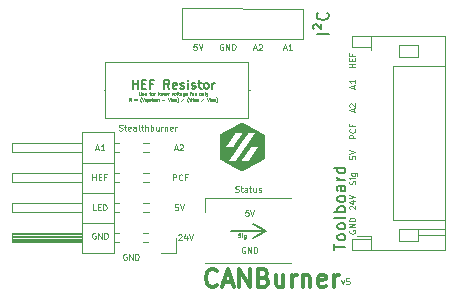
<source format=gbr>
%TF.GenerationSoftware,KiCad,Pcbnew,(6.0.7)*%
%TF.CreationDate,2022-11-20T15:50:49-05:00*%
%TF.ProjectId,CANBurner,43414e42-7572-46e6-9572-2e6b69636164,2.0*%
%TF.SameCoordinates,Original*%
%TF.FileFunction,Legend,Top*%
%TF.FilePolarity,Positive*%
%FSLAX46Y46*%
G04 Gerber Fmt 4.6, Leading zero omitted, Abs format (unit mm)*
G04 Created by KiCad (PCBNEW (6.0.7)) date 2022-11-20 15:50:49*
%MOMM*%
%LPD*%
G01*
G04 APERTURE LIST*
%ADD10C,0.100000*%
%ADD11C,0.125000*%
%ADD12C,0.333000*%
%ADD13C,0.083250*%
%ADD14C,0.050000*%
%ADD15C,0.150000*%
%ADD16C,0.120000*%
G04 APERTURE END LIST*
D10*
X89167857Y-44067857D02*
X89286904Y-44401190D01*
X89405952Y-44067857D01*
X89834523Y-43901190D02*
X89596428Y-43901190D01*
X89572619Y-44139285D01*
X89596428Y-44115476D01*
X89644047Y-44091666D01*
X89763095Y-44091666D01*
X89810714Y-44115476D01*
X89834523Y-44139285D01*
X89858333Y-44186904D01*
X89858333Y-44305952D01*
X89834523Y-44353571D01*
X89810714Y-44377380D01*
X89763095Y-44401190D01*
X89644047Y-44401190D01*
X89596428Y-44377380D01*
X89572619Y-44353571D01*
D11*
X76904230Y-24062771D02*
X76666135Y-24062771D01*
X76642326Y-24300866D01*
X76666135Y-24277057D01*
X76713754Y-24253247D01*
X76832802Y-24253247D01*
X76880421Y-24277057D01*
X76904230Y-24300866D01*
X76928040Y-24348485D01*
X76928040Y-24467533D01*
X76904230Y-24515152D01*
X76880421Y-24538961D01*
X76832802Y-24562771D01*
X76713754Y-24562771D01*
X76666135Y-24538961D01*
X76642326Y-24515152D01*
X77070897Y-24062771D02*
X77237564Y-24562771D01*
X77404230Y-24062771D01*
X70960362Y-41850000D02*
X70912743Y-41826190D01*
X70841315Y-41826190D01*
X70769886Y-41850000D01*
X70722267Y-41897619D01*
X70698457Y-41945238D01*
X70674648Y-42040476D01*
X70674648Y-42111904D01*
X70698457Y-42207142D01*
X70722267Y-42254761D01*
X70769886Y-42302380D01*
X70841315Y-42326190D01*
X70888934Y-42326190D01*
X70960362Y-42302380D01*
X70984172Y-42278571D01*
X70984172Y-42111904D01*
X70888934Y-42111904D01*
X71198457Y-42326190D02*
X71198457Y-41826190D01*
X71484172Y-42326190D01*
X71484172Y-41826190D01*
X71722267Y-42326190D02*
X71722267Y-41826190D01*
X71841315Y-41826190D01*
X71912743Y-41850000D01*
X71960362Y-41897619D01*
X71984172Y-41945238D01*
X72007981Y-42040476D01*
X72007981Y-42111904D01*
X71984172Y-42207142D01*
X71960362Y-42254761D01*
X71912743Y-42302380D01*
X71841315Y-42326190D01*
X71722267Y-42326190D01*
X81722326Y-24419914D02*
X81960421Y-24419914D01*
X81674707Y-24562771D02*
X81841373Y-24062771D01*
X82008040Y-24562771D01*
X82150897Y-24110390D02*
X82174707Y-24086581D01*
X82222326Y-24062771D01*
X82341373Y-24062771D01*
X82388992Y-24086581D01*
X82412802Y-24110390D01*
X82436611Y-24158009D01*
X82436611Y-24205628D01*
X82412802Y-24277057D01*
X82127088Y-24562771D01*
X82436611Y-24562771D01*
X89870000Y-39825952D02*
X89846190Y-39873571D01*
X89846190Y-39945000D01*
X89870000Y-40016428D01*
X89917619Y-40064047D01*
X89965238Y-40087857D01*
X90060476Y-40111666D01*
X90131904Y-40111666D01*
X90227142Y-40087857D01*
X90274761Y-40064047D01*
X90322380Y-40016428D01*
X90346190Y-39945000D01*
X90346190Y-39897380D01*
X90322380Y-39825952D01*
X90298571Y-39802142D01*
X90131904Y-39802142D01*
X90131904Y-39897380D01*
X90346190Y-39587857D02*
X89846190Y-39587857D01*
X90346190Y-39302142D01*
X89846190Y-39302142D01*
X90346190Y-39064047D02*
X89846190Y-39064047D01*
X89846190Y-38945000D01*
X89870000Y-38873571D01*
X89917619Y-38825952D01*
X89965238Y-38802142D01*
X90060476Y-38778333D01*
X90131904Y-38778333D01*
X90227142Y-38802142D01*
X90274761Y-38825952D01*
X90322380Y-38873571D01*
X90346190Y-38945000D01*
X90346190Y-39064047D01*
D12*
X78607142Y-44485714D02*
X78535714Y-44557142D01*
X78321428Y-44628571D01*
X78178571Y-44628571D01*
X77964285Y-44557142D01*
X77821428Y-44414285D01*
X77750000Y-44271428D01*
X77678571Y-43985714D01*
X77678571Y-43771428D01*
X77750000Y-43485714D01*
X77821428Y-43342857D01*
X77964285Y-43200000D01*
X78178571Y-43128571D01*
X78321428Y-43128571D01*
X78535714Y-43200000D01*
X78607142Y-43271428D01*
X79178571Y-44200000D02*
X79892857Y-44200000D01*
X79035714Y-44628571D02*
X79535714Y-43128571D01*
X80035714Y-44628571D01*
X80535714Y-44628571D02*
X80535714Y-43128571D01*
X81392857Y-44628571D01*
X81392857Y-43128571D01*
X82607142Y-43842857D02*
X82821428Y-43914285D01*
X82892857Y-43985714D01*
X82964285Y-44128571D01*
X82964285Y-44342857D01*
X82892857Y-44485714D01*
X82821428Y-44557142D01*
X82678571Y-44628571D01*
X82107142Y-44628571D01*
X82107142Y-43128571D01*
X82607142Y-43128571D01*
X82750000Y-43200000D01*
X82821428Y-43271428D01*
X82892857Y-43414285D01*
X82892857Y-43557142D01*
X82821428Y-43700000D01*
X82750000Y-43771428D01*
X82607142Y-43842857D01*
X82107142Y-43842857D01*
X84250000Y-43628571D02*
X84250000Y-44628571D01*
X83607142Y-43628571D02*
X83607142Y-44414285D01*
X83678571Y-44557142D01*
X83821428Y-44628571D01*
X84035714Y-44628571D01*
X84178571Y-44557142D01*
X84250000Y-44485714D01*
X84964285Y-44628571D02*
X84964285Y-43628571D01*
X84964285Y-43914285D02*
X85035714Y-43771428D01*
X85107142Y-43700000D01*
X85250000Y-43628571D01*
X85392857Y-43628571D01*
X85892857Y-43628571D02*
X85892857Y-44628571D01*
X85892857Y-43771428D02*
X85964285Y-43700000D01*
X86107142Y-43628571D01*
X86321428Y-43628571D01*
X86464285Y-43700000D01*
X86535714Y-43842857D01*
X86535714Y-44628571D01*
X87821428Y-44557142D02*
X87678571Y-44628571D01*
X87392857Y-44628571D01*
X87250000Y-44557142D01*
X87178571Y-44414285D01*
X87178571Y-43842857D01*
X87250000Y-43700000D01*
X87392857Y-43628571D01*
X87678571Y-43628571D01*
X87821428Y-43700000D01*
X87892857Y-43842857D01*
X87892857Y-43985714D01*
X87178571Y-44128571D01*
X88535714Y-44628571D02*
X88535714Y-43628571D01*
X88535714Y-43914285D02*
X88607142Y-43771428D01*
X88678571Y-43700000D01*
X88821428Y-43628571D01*
X88964285Y-43628571D01*
D13*
X80424928Y-40405416D02*
X80472500Y-40421273D01*
X80551785Y-40421273D01*
X80583500Y-40405416D01*
X80599357Y-40389559D01*
X80615214Y-40357845D01*
X80615214Y-40326131D01*
X80599357Y-40294416D01*
X80583500Y-40278559D01*
X80551785Y-40262702D01*
X80488357Y-40246845D01*
X80456642Y-40230988D01*
X80440785Y-40215131D01*
X80424928Y-40183416D01*
X80424928Y-40151702D01*
X80440785Y-40119988D01*
X80456642Y-40104131D01*
X80488357Y-40088273D01*
X80567642Y-40088273D01*
X80615214Y-40104131D01*
X80757928Y-40421273D02*
X80757928Y-40199273D01*
X80757928Y-40088273D02*
X80742071Y-40104131D01*
X80757928Y-40119988D01*
X80773785Y-40104131D01*
X80757928Y-40088273D01*
X80757928Y-40119988D01*
X81059214Y-40199273D02*
X81059214Y-40468845D01*
X81043357Y-40500559D01*
X81027500Y-40516416D01*
X80995785Y-40532273D01*
X80948214Y-40532273D01*
X80916500Y-40516416D01*
X81059214Y-40405416D02*
X81027500Y-40421273D01*
X80964071Y-40421273D01*
X80932357Y-40405416D01*
X80916500Y-40389559D01*
X80900642Y-40357845D01*
X80900642Y-40262702D01*
X80916500Y-40230988D01*
X80932357Y-40215131D01*
X80964071Y-40199273D01*
X81027500Y-40199273D01*
X81059214Y-40215131D01*
D11*
X79158516Y-24070000D02*
X79110897Y-24046190D01*
X79039469Y-24046190D01*
X78968040Y-24070000D01*
X78920421Y-24117619D01*
X78896611Y-24165238D01*
X78872802Y-24260476D01*
X78872802Y-24331904D01*
X78896611Y-24427142D01*
X78920421Y-24474761D01*
X78968040Y-24522380D01*
X79039469Y-24546190D01*
X79087088Y-24546190D01*
X79158516Y-24522380D01*
X79182326Y-24498571D01*
X79182326Y-24331904D01*
X79087088Y-24331904D01*
X79396611Y-24546190D02*
X79396611Y-24046190D01*
X79682326Y-24546190D01*
X79682326Y-24046190D01*
X79920421Y-24546190D02*
X79920421Y-24046190D01*
X80039469Y-24046190D01*
X80110897Y-24070000D01*
X80158516Y-24117619D01*
X80182326Y-24165238D01*
X80206135Y-24260476D01*
X80206135Y-24331904D01*
X80182326Y-24427142D01*
X80158516Y-24474761D01*
X80110897Y-24522380D01*
X80039469Y-24546190D01*
X79920421Y-24546190D01*
X74904761Y-35591216D02*
X74904761Y-35091216D01*
X75095238Y-35091216D01*
X75142857Y-35115026D01*
X75166666Y-35138835D01*
X75190476Y-35186454D01*
X75190476Y-35257883D01*
X75166666Y-35305502D01*
X75142857Y-35329311D01*
X75095238Y-35353121D01*
X74904761Y-35353121D01*
X75690476Y-35543597D02*
X75666666Y-35567406D01*
X75595238Y-35591216D01*
X75547619Y-35591216D01*
X75476190Y-35567406D01*
X75428571Y-35519787D01*
X75404761Y-35472168D01*
X75380952Y-35376930D01*
X75380952Y-35305502D01*
X75404761Y-35210264D01*
X75428571Y-35162645D01*
X75476190Y-35115026D01*
X75547619Y-35091216D01*
X75595238Y-35091216D01*
X75666666Y-35115026D01*
X75690476Y-35138835D01*
X76071428Y-35329311D02*
X75904761Y-35329311D01*
X75904761Y-35591216D02*
X75904761Y-35091216D01*
X76142857Y-35091216D01*
D14*
X72055000Y-28113095D02*
X72055000Y-28315476D01*
X72066904Y-28339285D01*
X72078809Y-28351190D01*
X72102619Y-28363095D01*
X72150238Y-28363095D01*
X72174047Y-28351190D01*
X72185952Y-28339285D01*
X72197857Y-28315476D01*
X72197857Y-28113095D01*
X72305000Y-28351190D02*
X72328809Y-28363095D01*
X72376428Y-28363095D01*
X72400238Y-28351190D01*
X72412142Y-28327380D01*
X72412142Y-28315476D01*
X72400238Y-28291666D01*
X72376428Y-28279761D01*
X72340714Y-28279761D01*
X72316904Y-28267857D01*
X72305000Y-28244047D01*
X72305000Y-28232142D01*
X72316904Y-28208333D01*
X72340714Y-28196428D01*
X72376428Y-28196428D01*
X72400238Y-28208333D01*
X72614523Y-28351190D02*
X72590714Y-28363095D01*
X72543095Y-28363095D01*
X72519285Y-28351190D01*
X72507380Y-28327380D01*
X72507380Y-28232142D01*
X72519285Y-28208333D01*
X72543095Y-28196428D01*
X72590714Y-28196428D01*
X72614523Y-28208333D01*
X72626428Y-28232142D01*
X72626428Y-28255952D01*
X72507380Y-28279761D01*
X72888333Y-28196428D02*
X72983571Y-28196428D01*
X72924047Y-28363095D02*
X72924047Y-28148809D01*
X72935952Y-28125000D01*
X72959761Y-28113095D01*
X72983571Y-28113095D01*
X73102619Y-28363095D02*
X73078809Y-28351190D01*
X73066904Y-28339285D01*
X73055000Y-28315476D01*
X73055000Y-28244047D01*
X73066904Y-28220238D01*
X73078809Y-28208333D01*
X73102619Y-28196428D01*
X73138333Y-28196428D01*
X73162142Y-28208333D01*
X73174047Y-28220238D01*
X73185952Y-28244047D01*
X73185952Y-28315476D01*
X73174047Y-28339285D01*
X73162142Y-28351190D01*
X73138333Y-28363095D01*
X73102619Y-28363095D01*
X73293095Y-28363095D02*
X73293095Y-28196428D01*
X73293095Y-28244047D02*
X73305000Y-28220238D01*
X73316904Y-28208333D01*
X73340714Y-28196428D01*
X73364523Y-28196428D01*
X73674047Y-28363095D02*
X73650238Y-28351190D01*
X73638333Y-28327380D01*
X73638333Y-28113095D01*
X73805000Y-28363095D02*
X73781190Y-28351190D01*
X73769285Y-28339285D01*
X73757380Y-28315476D01*
X73757380Y-28244047D01*
X73769285Y-28220238D01*
X73781190Y-28208333D01*
X73805000Y-28196428D01*
X73840714Y-28196428D01*
X73864523Y-28208333D01*
X73876428Y-28220238D01*
X73888333Y-28244047D01*
X73888333Y-28315476D01*
X73876428Y-28339285D01*
X73864523Y-28351190D01*
X73840714Y-28363095D01*
X73805000Y-28363095D01*
X73971666Y-28196428D02*
X74019285Y-28363095D01*
X74066904Y-28244047D01*
X74114523Y-28363095D01*
X74162142Y-28196428D01*
X74352619Y-28351190D02*
X74328809Y-28363095D01*
X74281190Y-28363095D01*
X74257380Y-28351190D01*
X74245476Y-28327380D01*
X74245476Y-28232142D01*
X74257380Y-28208333D01*
X74281190Y-28196428D01*
X74328809Y-28196428D01*
X74352619Y-28208333D01*
X74364523Y-28232142D01*
X74364523Y-28255952D01*
X74245476Y-28279761D01*
X74471666Y-28363095D02*
X74471666Y-28196428D01*
X74471666Y-28244047D02*
X74483571Y-28220238D01*
X74495476Y-28208333D01*
X74519285Y-28196428D01*
X74543095Y-28196428D01*
X74793095Y-28196428D02*
X74852619Y-28363095D01*
X74912142Y-28196428D01*
X75043095Y-28363095D02*
X75019285Y-28351190D01*
X75007380Y-28339285D01*
X74995476Y-28315476D01*
X74995476Y-28244047D01*
X75007380Y-28220238D01*
X75019285Y-28208333D01*
X75043095Y-28196428D01*
X75078809Y-28196428D01*
X75102619Y-28208333D01*
X75114523Y-28220238D01*
X75126428Y-28244047D01*
X75126428Y-28315476D01*
X75114523Y-28339285D01*
X75102619Y-28351190D01*
X75078809Y-28363095D01*
X75043095Y-28363095D01*
X75269285Y-28363095D02*
X75245476Y-28351190D01*
X75233571Y-28327380D01*
X75233571Y-28113095D01*
X75328809Y-28196428D02*
X75424047Y-28196428D01*
X75364523Y-28113095D02*
X75364523Y-28327380D01*
X75376428Y-28351190D01*
X75400238Y-28363095D01*
X75424047Y-28363095D01*
X75614523Y-28363095D02*
X75614523Y-28232142D01*
X75602619Y-28208333D01*
X75578809Y-28196428D01*
X75531190Y-28196428D01*
X75507380Y-28208333D01*
X75614523Y-28351190D02*
X75590714Y-28363095D01*
X75531190Y-28363095D01*
X75507380Y-28351190D01*
X75495476Y-28327380D01*
X75495476Y-28303571D01*
X75507380Y-28279761D01*
X75531190Y-28267857D01*
X75590714Y-28267857D01*
X75614523Y-28255952D01*
X75840714Y-28196428D02*
X75840714Y-28398809D01*
X75828809Y-28422619D01*
X75816904Y-28434523D01*
X75793095Y-28446428D01*
X75757380Y-28446428D01*
X75733571Y-28434523D01*
X75840714Y-28351190D02*
X75816904Y-28363095D01*
X75769285Y-28363095D01*
X75745476Y-28351190D01*
X75733571Y-28339285D01*
X75721666Y-28315476D01*
X75721666Y-28244047D01*
X75733571Y-28220238D01*
X75745476Y-28208333D01*
X75769285Y-28196428D01*
X75816904Y-28196428D01*
X75840714Y-28208333D01*
X76055000Y-28351190D02*
X76031190Y-28363095D01*
X75983571Y-28363095D01*
X75959761Y-28351190D01*
X75947857Y-28327380D01*
X75947857Y-28232142D01*
X75959761Y-28208333D01*
X75983571Y-28196428D01*
X76031190Y-28196428D01*
X76055000Y-28208333D01*
X76066904Y-28232142D01*
X76066904Y-28255952D01*
X75947857Y-28279761D01*
X76328809Y-28196428D02*
X76424047Y-28196428D01*
X76364523Y-28363095D02*
X76364523Y-28148809D01*
X76376428Y-28125000D01*
X76400238Y-28113095D01*
X76424047Y-28113095D01*
X76614523Y-28363095D02*
X76614523Y-28232142D01*
X76602619Y-28208333D01*
X76578809Y-28196428D01*
X76531190Y-28196428D01*
X76507380Y-28208333D01*
X76614523Y-28351190D02*
X76590714Y-28363095D01*
X76531190Y-28363095D01*
X76507380Y-28351190D01*
X76495476Y-28327380D01*
X76495476Y-28303571D01*
X76507380Y-28279761D01*
X76531190Y-28267857D01*
X76590714Y-28267857D01*
X76614523Y-28255952D01*
X76733571Y-28196428D02*
X76733571Y-28363095D01*
X76733571Y-28220238D02*
X76745476Y-28208333D01*
X76769285Y-28196428D01*
X76805000Y-28196428D01*
X76828809Y-28208333D01*
X76840714Y-28232142D01*
X76840714Y-28363095D01*
X77185952Y-28363095D02*
X77162142Y-28351190D01*
X77150238Y-28339285D01*
X77138333Y-28315476D01*
X77138333Y-28244047D01*
X77150238Y-28220238D01*
X77162142Y-28208333D01*
X77185952Y-28196428D01*
X77221666Y-28196428D01*
X77245476Y-28208333D01*
X77257380Y-28220238D01*
X77269285Y-28244047D01*
X77269285Y-28315476D01*
X77257380Y-28339285D01*
X77245476Y-28351190D01*
X77221666Y-28363095D01*
X77185952Y-28363095D01*
X77376428Y-28196428D02*
X77376428Y-28363095D01*
X77376428Y-28220238D02*
X77388333Y-28208333D01*
X77412142Y-28196428D01*
X77447857Y-28196428D01*
X77471666Y-28208333D01*
X77483571Y-28232142D01*
X77483571Y-28363095D01*
X77638333Y-28363095D02*
X77614523Y-28351190D01*
X77602619Y-28327380D01*
X77602619Y-28113095D01*
X77709761Y-28196428D02*
X77769285Y-28363095D01*
X77828809Y-28196428D02*
X77769285Y-28363095D01*
X77745476Y-28422619D01*
X77733571Y-28434523D01*
X77709761Y-28446428D01*
D11*
X68378571Y-38131216D02*
X68140476Y-38131216D01*
X68140476Y-37631216D01*
X68545238Y-37869311D02*
X68711904Y-37869311D01*
X68783333Y-38131216D02*
X68545238Y-38131216D01*
X68545238Y-37631216D01*
X68783333Y-37631216D01*
X68997619Y-38131216D02*
X68997619Y-37631216D01*
X69116666Y-37631216D01*
X69188095Y-37655026D01*
X69235714Y-37702645D01*
X69259523Y-37750264D01*
X69283333Y-37845502D01*
X69283333Y-37916930D01*
X69259523Y-38012168D01*
X69235714Y-38059787D01*
X69188095Y-38107406D01*
X69116666Y-38131216D01*
X68997619Y-38131216D01*
X90322380Y-35933096D02*
X90346190Y-35861667D01*
X90346190Y-35742620D01*
X90322380Y-35695001D01*
X90298571Y-35671191D01*
X90250952Y-35647381D01*
X90203333Y-35647381D01*
X90155714Y-35671191D01*
X90131904Y-35695001D01*
X90108095Y-35742620D01*
X90084285Y-35837858D01*
X90060476Y-35885477D01*
X90036666Y-35909286D01*
X89989047Y-35933096D01*
X89941428Y-35933096D01*
X89893809Y-35909286D01*
X89870000Y-35885477D01*
X89846190Y-35837858D01*
X89846190Y-35718810D01*
X89870000Y-35647381D01*
X90346190Y-35433096D02*
X90012857Y-35433096D01*
X89846190Y-35433096D02*
X89870000Y-35456905D01*
X89893809Y-35433096D01*
X89870000Y-35409286D01*
X89846190Y-35433096D01*
X89893809Y-35433096D01*
X90012857Y-34980715D02*
X90417619Y-34980715D01*
X90465238Y-35004524D01*
X90489047Y-35028334D01*
X90512857Y-35075953D01*
X90512857Y-35147381D01*
X90489047Y-35195001D01*
X90322380Y-34980715D02*
X90346190Y-35028334D01*
X90346190Y-35123572D01*
X90322380Y-35171191D01*
X90298571Y-35195001D01*
X90250952Y-35218810D01*
X90108095Y-35218810D01*
X90060476Y-35195001D01*
X90036666Y-35171191D01*
X90012857Y-35123572D01*
X90012857Y-35028334D01*
X90036666Y-34980715D01*
X81009121Y-41281175D02*
X80961502Y-41257365D01*
X80890074Y-41257365D01*
X80818645Y-41281175D01*
X80771026Y-41328794D01*
X80747216Y-41376413D01*
X80723407Y-41471651D01*
X80723407Y-41543079D01*
X80747216Y-41638317D01*
X80771026Y-41685936D01*
X80818645Y-41733555D01*
X80890074Y-41757365D01*
X80937693Y-41757365D01*
X81009121Y-41733555D01*
X81032931Y-41709746D01*
X81032931Y-41543079D01*
X80937693Y-41543079D01*
X81247216Y-41757365D02*
X81247216Y-41257365D01*
X81532931Y-41757365D01*
X81532931Y-41257365D01*
X81771026Y-41757365D02*
X81771026Y-41257365D01*
X81890074Y-41257365D01*
X81961502Y-41281175D01*
X82009121Y-41328794D01*
X82032931Y-41376413D01*
X82056740Y-41471651D01*
X82056740Y-41543079D01*
X82032931Y-41638317D01*
X82009121Y-41685936D01*
X81961502Y-41733555D01*
X81890074Y-41757365D01*
X81771026Y-41757365D01*
D14*
X71340714Y-28863095D02*
X71257380Y-28744047D01*
X71197857Y-28863095D02*
X71197857Y-28613095D01*
X71293095Y-28613095D01*
X71316904Y-28625000D01*
X71328809Y-28636904D01*
X71340714Y-28660714D01*
X71340714Y-28696428D01*
X71328809Y-28720238D01*
X71316904Y-28732142D01*
X71293095Y-28744047D01*
X71197857Y-28744047D01*
X71638333Y-28732142D02*
X71828809Y-28732142D01*
X71828809Y-28803571D02*
X71638333Y-28803571D01*
X72209761Y-28958333D02*
X72197857Y-28946428D01*
X72174047Y-28910714D01*
X72162142Y-28886904D01*
X72150238Y-28851190D01*
X72138333Y-28791666D01*
X72138333Y-28744047D01*
X72150238Y-28684523D01*
X72162142Y-28648809D01*
X72174047Y-28625000D01*
X72197857Y-28589285D01*
X72209761Y-28577380D01*
X72269285Y-28613095D02*
X72352619Y-28863095D01*
X72435952Y-28613095D01*
X72507380Y-28851190D02*
X72531190Y-28863095D01*
X72578809Y-28863095D01*
X72602619Y-28851190D01*
X72614523Y-28827380D01*
X72614523Y-28815476D01*
X72602619Y-28791666D01*
X72578809Y-28779761D01*
X72543095Y-28779761D01*
X72519285Y-28767857D01*
X72507380Y-28744047D01*
X72507380Y-28732142D01*
X72519285Y-28708333D01*
X72543095Y-28696428D01*
X72578809Y-28696428D01*
X72602619Y-28708333D01*
X72697857Y-28696428D02*
X72757380Y-28863095D01*
X72816904Y-28696428D02*
X72757380Y-28863095D01*
X72733571Y-28922619D01*
X72721666Y-28934523D01*
X72697857Y-28946428D01*
X72900238Y-28851190D02*
X72924047Y-28863095D01*
X72971666Y-28863095D01*
X72995476Y-28851190D01*
X73007380Y-28827380D01*
X73007380Y-28815476D01*
X72995476Y-28791666D01*
X72971666Y-28779761D01*
X72935952Y-28779761D01*
X72912142Y-28767857D01*
X72900238Y-28744047D01*
X72900238Y-28732142D01*
X72912142Y-28708333D01*
X72935952Y-28696428D01*
X72971666Y-28696428D01*
X72995476Y-28708333D01*
X73078809Y-28696428D02*
X73174047Y-28696428D01*
X73114523Y-28613095D02*
X73114523Y-28827380D01*
X73126428Y-28851190D01*
X73150238Y-28863095D01*
X73174047Y-28863095D01*
X73352619Y-28851190D02*
X73328809Y-28863095D01*
X73281190Y-28863095D01*
X73257380Y-28851190D01*
X73245476Y-28827380D01*
X73245476Y-28732142D01*
X73257380Y-28708333D01*
X73281190Y-28696428D01*
X73328809Y-28696428D01*
X73352619Y-28708333D01*
X73364523Y-28732142D01*
X73364523Y-28755952D01*
X73245476Y-28779761D01*
X73471666Y-28863095D02*
X73471666Y-28696428D01*
X73471666Y-28720238D02*
X73483571Y-28708333D01*
X73507380Y-28696428D01*
X73543095Y-28696428D01*
X73566904Y-28708333D01*
X73578809Y-28732142D01*
X73578809Y-28863095D01*
X73578809Y-28732142D02*
X73590714Y-28708333D01*
X73614523Y-28696428D01*
X73650238Y-28696428D01*
X73674047Y-28708333D01*
X73685952Y-28732142D01*
X73685952Y-28863095D01*
X73995476Y-28767857D02*
X74185952Y-28767857D01*
X74459761Y-28613095D02*
X74543095Y-28863095D01*
X74626428Y-28613095D01*
X74674047Y-28696428D02*
X74769285Y-28696428D01*
X74709761Y-28863095D02*
X74709761Y-28648809D01*
X74721666Y-28625000D01*
X74745476Y-28613095D01*
X74769285Y-28613095D01*
X74959761Y-28863095D02*
X74959761Y-28732142D01*
X74947857Y-28708333D01*
X74924047Y-28696428D01*
X74876428Y-28696428D01*
X74852619Y-28708333D01*
X74959761Y-28851190D02*
X74935952Y-28863095D01*
X74876428Y-28863095D01*
X74852619Y-28851190D01*
X74840714Y-28827380D01*
X74840714Y-28803571D01*
X74852619Y-28779761D01*
X74876428Y-28767857D01*
X74935952Y-28767857D01*
X74959761Y-28755952D01*
X75078809Y-28696428D02*
X75078809Y-28863095D01*
X75078809Y-28720238D02*
X75090714Y-28708333D01*
X75114523Y-28696428D01*
X75150238Y-28696428D01*
X75174047Y-28708333D01*
X75185952Y-28732142D01*
X75185952Y-28863095D01*
X75281190Y-28958333D02*
X75293095Y-28946428D01*
X75316904Y-28910714D01*
X75328809Y-28886904D01*
X75340714Y-28851190D01*
X75352619Y-28791666D01*
X75352619Y-28744047D01*
X75340714Y-28684523D01*
X75328809Y-28648809D01*
X75316904Y-28625000D01*
X75293095Y-28589285D01*
X75281190Y-28577380D01*
X75840714Y-28601190D02*
X75626428Y-28922619D01*
X76185952Y-28958333D02*
X76174047Y-28946428D01*
X76150238Y-28910714D01*
X76138333Y-28886904D01*
X76126428Y-28851190D01*
X76114523Y-28791666D01*
X76114523Y-28744047D01*
X76126428Y-28684523D01*
X76138333Y-28648809D01*
X76150238Y-28625000D01*
X76174047Y-28589285D01*
X76185952Y-28577380D01*
X76257380Y-28613095D02*
X76316904Y-28863095D01*
X76364523Y-28684523D01*
X76412142Y-28863095D01*
X76471666Y-28613095D01*
X76531190Y-28696428D02*
X76626428Y-28696428D01*
X76566904Y-28863095D02*
X76566904Y-28648809D01*
X76578809Y-28625000D01*
X76602619Y-28613095D01*
X76626428Y-28613095D01*
X76816904Y-28863095D02*
X76816904Y-28732142D01*
X76805000Y-28708333D01*
X76781190Y-28696428D01*
X76733571Y-28696428D01*
X76709761Y-28708333D01*
X76816904Y-28851190D02*
X76793095Y-28863095D01*
X76733571Y-28863095D01*
X76709761Y-28851190D01*
X76697857Y-28827380D01*
X76697857Y-28803571D01*
X76709761Y-28779761D01*
X76733571Y-28767857D01*
X76793095Y-28767857D01*
X76816904Y-28755952D01*
X76935952Y-28696428D02*
X76935952Y-28863095D01*
X76935952Y-28720238D02*
X76947857Y-28708333D01*
X76971666Y-28696428D01*
X77007380Y-28696428D01*
X77031190Y-28708333D01*
X77043095Y-28732142D01*
X77043095Y-28863095D01*
X77531190Y-28601190D02*
X77316904Y-28922619D01*
X77769285Y-28613095D02*
X77852619Y-28863095D01*
X77935952Y-28613095D01*
X77983571Y-28696428D02*
X78078809Y-28696428D01*
X78019285Y-28863095D02*
X78019285Y-28648809D01*
X78031190Y-28625000D01*
X78055000Y-28613095D01*
X78078809Y-28613095D01*
X78269285Y-28863095D02*
X78269285Y-28732142D01*
X78257380Y-28708333D01*
X78233571Y-28696428D01*
X78185952Y-28696428D01*
X78162142Y-28708333D01*
X78269285Y-28851190D02*
X78245476Y-28863095D01*
X78185952Y-28863095D01*
X78162142Y-28851190D01*
X78150238Y-28827380D01*
X78150238Y-28803571D01*
X78162142Y-28779761D01*
X78185952Y-28767857D01*
X78245476Y-28767857D01*
X78269285Y-28755952D01*
X78388333Y-28696428D02*
X78388333Y-28863095D01*
X78388333Y-28720238D02*
X78400238Y-28708333D01*
X78424047Y-28696428D01*
X78459761Y-28696428D01*
X78483571Y-28708333D01*
X78495476Y-28732142D01*
X78495476Y-28863095D01*
X78590714Y-28958333D02*
X78602619Y-28946428D01*
X78626428Y-28910714D01*
X78638333Y-28886904D01*
X78650238Y-28851190D01*
X78662142Y-28791666D01*
X78662142Y-28744047D01*
X78650238Y-28684523D01*
X78638333Y-28648809D01*
X78626428Y-28625000D01*
X78602619Y-28589285D01*
X78590714Y-28577380D01*
D11*
X68091666Y-35591216D02*
X68091666Y-35091216D01*
X68091666Y-35329311D02*
X68377380Y-35329311D01*
X68377380Y-35591216D02*
X68377380Y-35091216D01*
X68615476Y-35329311D02*
X68782142Y-35329311D01*
X68853571Y-35591216D02*
X68615476Y-35591216D01*
X68615476Y-35091216D01*
X68853571Y-35091216D01*
X69234523Y-35329311D02*
X69067857Y-35329311D01*
X69067857Y-35591216D02*
X69067857Y-35091216D01*
X69305952Y-35091216D01*
X75329761Y-37631216D02*
X75091666Y-37631216D01*
X75067857Y-37869311D01*
X75091666Y-37845502D01*
X75139285Y-37821692D01*
X75258333Y-37821692D01*
X75305952Y-37845502D01*
X75329761Y-37869311D01*
X75353571Y-37916930D01*
X75353571Y-38035978D01*
X75329761Y-38083597D01*
X75305952Y-38107406D01*
X75258333Y-38131216D01*
X75139285Y-38131216D01*
X75091666Y-38107406D01*
X75067857Y-38083597D01*
X75496428Y-37631216D02*
X75663095Y-38131216D01*
X75829761Y-37631216D01*
X89893809Y-38040238D02*
X89870000Y-38016428D01*
X89846190Y-37968809D01*
X89846190Y-37849761D01*
X89870000Y-37802142D01*
X89893809Y-37778333D01*
X89941428Y-37754523D01*
X89989047Y-37754523D01*
X90060476Y-37778333D01*
X90346190Y-38064047D01*
X90346190Y-37754523D01*
X90012857Y-37325952D02*
X90346190Y-37325952D01*
X89822380Y-37445000D02*
X90179523Y-37564047D01*
X90179523Y-37254523D01*
X89846190Y-37135476D02*
X90346190Y-36968809D01*
X89846190Y-36802142D01*
X90346190Y-26028333D02*
X89846190Y-26028333D01*
X90084285Y-26028333D02*
X90084285Y-25742619D01*
X90346190Y-25742619D02*
X89846190Y-25742619D01*
X90084285Y-25504523D02*
X90084285Y-25337857D01*
X90346190Y-25266428D02*
X90346190Y-25504523D01*
X89846190Y-25504523D01*
X89846190Y-25266428D01*
X90084285Y-24885476D02*
X90084285Y-25052142D01*
X90346190Y-25052142D02*
X89846190Y-25052142D01*
X89846190Y-24814047D01*
X68392857Y-32908359D02*
X68630952Y-32908359D01*
X68345238Y-33051216D02*
X68511904Y-32551216D01*
X68678571Y-33051216D01*
X69107142Y-33051216D02*
X68821428Y-33051216D01*
X68964285Y-33051216D02*
X68964285Y-32551216D01*
X68916666Y-32622645D01*
X68869047Y-32670264D01*
X68821428Y-32694073D01*
D15*
X71501428Y-27839285D02*
X71501428Y-27089285D01*
X71501428Y-27446428D02*
X71930000Y-27446428D01*
X71930000Y-27839285D02*
X71930000Y-27089285D01*
X72287142Y-27446428D02*
X72537142Y-27446428D01*
X72644285Y-27839285D02*
X72287142Y-27839285D01*
X72287142Y-27089285D01*
X72644285Y-27089285D01*
X73215714Y-27446428D02*
X72965714Y-27446428D01*
X72965714Y-27839285D02*
X72965714Y-27089285D01*
X73322857Y-27089285D01*
X74608571Y-27839285D02*
X74358571Y-27482142D01*
X74180000Y-27839285D02*
X74180000Y-27089285D01*
X74465714Y-27089285D01*
X74537142Y-27125000D01*
X74572857Y-27160714D01*
X74608571Y-27232142D01*
X74608571Y-27339285D01*
X74572857Y-27410714D01*
X74537142Y-27446428D01*
X74465714Y-27482142D01*
X74180000Y-27482142D01*
X75215714Y-27803571D02*
X75144285Y-27839285D01*
X75001428Y-27839285D01*
X74930000Y-27803571D01*
X74894285Y-27732142D01*
X74894285Y-27446428D01*
X74930000Y-27375000D01*
X75001428Y-27339285D01*
X75144285Y-27339285D01*
X75215714Y-27375000D01*
X75251428Y-27446428D01*
X75251428Y-27517857D01*
X74894285Y-27589285D01*
X75537142Y-27803571D02*
X75608571Y-27839285D01*
X75751428Y-27839285D01*
X75822857Y-27803571D01*
X75858571Y-27732142D01*
X75858571Y-27696428D01*
X75822857Y-27625000D01*
X75751428Y-27589285D01*
X75644285Y-27589285D01*
X75572857Y-27553571D01*
X75537142Y-27482142D01*
X75537142Y-27446428D01*
X75572857Y-27375000D01*
X75644285Y-27339285D01*
X75751428Y-27339285D01*
X75822857Y-27375000D01*
X76180000Y-27839285D02*
X76180000Y-27339285D01*
X76180000Y-27089285D02*
X76144285Y-27125000D01*
X76180000Y-27160714D01*
X76215714Y-27125000D01*
X76180000Y-27089285D01*
X76180000Y-27160714D01*
X76501428Y-27803571D02*
X76572857Y-27839285D01*
X76715714Y-27839285D01*
X76787142Y-27803571D01*
X76822857Y-27732142D01*
X76822857Y-27696428D01*
X76787142Y-27625000D01*
X76715714Y-27589285D01*
X76608571Y-27589285D01*
X76537142Y-27553571D01*
X76501428Y-27482142D01*
X76501428Y-27446428D01*
X76537142Y-27375000D01*
X76608571Y-27339285D01*
X76715714Y-27339285D01*
X76787142Y-27375000D01*
X77037142Y-27339285D02*
X77322857Y-27339285D01*
X77144285Y-27089285D02*
X77144285Y-27732142D01*
X77180000Y-27803571D01*
X77251428Y-27839285D01*
X77322857Y-27839285D01*
X77680000Y-27839285D02*
X77608571Y-27803571D01*
X77572857Y-27767857D01*
X77537142Y-27696428D01*
X77537142Y-27482142D01*
X77572857Y-27410714D01*
X77608571Y-27375000D01*
X77680000Y-27339285D01*
X77787142Y-27339285D01*
X77858571Y-27375000D01*
X77894285Y-27410714D01*
X77930000Y-27482142D01*
X77930000Y-27696428D01*
X77894285Y-27767857D01*
X77858571Y-27803571D01*
X77787142Y-27839285D01*
X77680000Y-27839285D01*
X78251428Y-27839285D02*
X78251428Y-27339285D01*
X78251428Y-27482142D02*
X78287142Y-27410714D01*
X78322857Y-27375000D01*
X78394285Y-27339285D01*
X78465714Y-27339285D01*
D11*
X81294835Y-38103073D02*
X81056740Y-38103073D01*
X81032931Y-38341168D01*
X81056740Y-38317359D01*
X81104359Y-38293549D01*
X81223407Y-38293549D01*
X81271026Y-38317359D01*
X81294835Y-38341168D01*
X81318645Y-38388787D01*
X81318645Y-38507835D01*
X81294835Y-38555454D01*
X81271026Y-38579263D01*
X81223407Y-38603073D01*
X81104359Y-38603073D01*
X81056740Y-38579263D01*
X81032931Y-38555454D01*
X81461502Y-38103073D02*
X81628169Y-38603073D01*
X81794835Y-38103073D01*
X89846190Y-33540238D02*
X89846190Y-33778333D01*
X90084285Y-33802142D01*
X90060476Y-33778333D01*
X90036666Y-33730714D01*
X90036666Y-33611666D01*
X90060476Y-33564047D01*
X90084285Y-33540238D01*
X90131904Y-33516428D01*
X90250952Y-33516428D01*
X90298571Y-33540238D01*
X90322380Y-33564047D01*
X90346190Y-33611666D01*
X90346190Y-33730714D01*
X90322380Y-33778333D01*
X90298571Y-33802142D01*
X89846190Y-33373571D02*
X90346190Y-33206904D01*
X89846190Y-33040238D01*
X75354761Y-40223809D02*
X75378571Y-40200000D01*
X75426190Y-40176190D01*
X75545238Y-40176190D01*
X75592857Y-40200000D01*
X75616666Y-40223809D01*
X75640476Y-40271428D01*
X75640476Y-40319047D01*
X75616666Y-40390476D01*
X75330952Y-40676190D01*
X75640476Y-40676190D01*
X76069047Y-40342857D02*
X76069047Y-40676190D01*
X75950000Y-40152380D02*
X75830952Y-40509523D01*
X76140476Y-40509523D01*
X76259523Y-40176190D02*
X76426190Y-40676190D01*
X76592857Y-40176190D01*
X90203333Y-27802142D02*
X90203333Y-27564047D01*
X90346190Y-27849761D02*
X89846190Y-27683095D01*
X90346190Y-27516428D01*
X90346190Y-27087857D02*
X90346190Y-27373571D01*
X90346190Y-27230714D02*
X89846190Y-27230714D01*
X89917619Y-27278333D01*
X89965238Y-27325952D01*
X89989047Y-27373571D01*
X68344047Y-40055000D02*
X68296428Y-40031190D01*
X68225000Y-40031190D01*
X68153571Y-40055000D01*
X68105952Y-40102619D01*
X68082142Y-40150238D01*
X68058333Y-40245476D01*
X68058333Y-40316904D01*
X68082142Y-40412142D01*
X68105952Y-40459761D01*
X68153571Y-40507380D01*
X68225000Y-40531190D01*
X68272619Y-40531190D01*
X68344047Y-40507380D01*
X68367857Y-40483571D01*
X68367857Y-40316904D01*
X68272619Y-40316904D01*
X68582142Y-40531190D02*
X68582142Y-40031190D01*
X68867857Y-40531190D01*
X68867857Y-40031190D01*
X69105952Y-40531190D02*
X69105952Y-40031190D01*
X69225000Y-40031190D01*
X69296428Y-40055000D01*
X69344047Y-40102619D01*
X69367857Y-40150238D01*
X69391666Y-40245476D01*
X69391666Y-40316904D01*
X69367857Y-40412142D01*
X69344047Y-40459761D01*
X69296428Y-40507380D01*
X69225000Y-40531190D01*
X69105952Y-40531190D01*
X75042857Y-32908359D02*
X75280952Y-32908359D01*
X74995238Y-33051216D02*
X75161904Y-32551216D01*
X75328571Y-33051216D01*
X75471428Y-32598835D02*
X75495238Y-32575026D01*
X75542857Y-32551216D01*
X75661904Y-32551216D01*
X75709523Y-32575026D01*
X75733333Y-32598835D01*
X75757142Y-32646454D01*
X75757142Y-32694073D01*
X75733333Y-32765502D01*
X75447619Y-33051216D01*
X75757142Y-33051216D01*
D10*
X70347634Y-31360421D02*
X70419063Y-31384231D01*
X70538110Y-31384231D01*
X70585729Y-31360421D01*
X70609539Y-31336612D01*
X70633348Y-31288993D01*
X70633348Y-31241374D01*
X70609539Y-31193755D01*
X70585729Y-31169945D01*
X70538110Y-31146136D01*
X70442872Y-31122326D01*
X70395253Y-31098517D01*
X70371444Y-31074707D01*
X70347634Y-31027088D01*
X70347634Y-30979469D01*
X70371444Y-30931850D01*
X70395253Y-30908041D01*
X70442872Y-30884231D01*
X70561920Y-30884231D01*
X70633348Y-30908041D01*
X70776206Y-31050898D02*
X70966682Y-31050898D01*
X70847634Y-30884231D02*
X70847634Y-31312802D01*
X70871444Y-31360421D01*
X70919063Y-31384231D01*
X70966682Y-31384231D01*
X71323825Y-31360421D02*
X71276206Y-31384231D01*
X71180967Y-31384231D01*
X71133348Y-31360421D01*
X71109539Y-31312802D01*
X71109539Y-31122326D01*
X71133348Y-31074707D01*
X71180967Y-31050898D01*
X71276206Y-31050898D01*
X71323825Y-31074707D01*
X71347634Y-31122326D01*
X71347634Y-31169945D01*
X71109539Y-31217564D01*
X71776206Y-31384231D02*
X71776206Y-31122326D01*
X71752396Y-31074707D01*
X71704777Y-31050898D01*
X71609539Y-31050898D01*
X71561920Y-31074707D01*
X71776206Y-31360421D02*
X71728586Y-31384231D01*
X71609539Y-31384231D01*
X71561920Y-31360421D01*
X71538110Y-31312802D01*
X71538110Y-31265183D01*
X71561920Y-31217564D01*
X71609539Y-31193755D01*
X71728586Y-31193755D01*
X71776206Y-31169945D01*
X72085729Y-31384231D02*
X72038110Y-31360421D01*
X72014301Y-31312802D01*
X72014301Y-30884231D01*
X72204777Y-31050898D02*
X72395253Y-31050898D01*
X72276206Y-30884231D02*
X72276206Y-31312802D01*
X72300015Y-31360421D01*
X72347634Y-31384231D01*
X72395253Y-31384231D01*
X72561920Y-31384231D02*
X72561920Y-30884231D01*
X72776206Y-31384231D02*
X72776206Y-31122326D01*
X72752396Y-31074707D01*
X72704777Y-31050898D01*
X72633348Y-31050898D01*
X72585729Y-31074707D01*
X72561920Y-31098517D01*
X73014301Y-31384231D02*
X73014301Y-30884231D01*
X73014301Y-31074707D02*
X73061920Y-31050898D01*
X73157158Y-31050898D01*
X73204777Y-31074707D01*
X73228586Y-31098517D01*
X73252396Y-31146136D01*
X73252396Y-31288993D01*
X73228586Y-31336612D01*
X73204777Y-31360421D01*
X73157158Y-31384231D01*
X73061920Y-31384231D01*
X73014301Y-31360421D01*
X73680967Y-31050898D02*
X73680967Y-31384231D01*
X73466682Y-31050898D02*
X73466682Y-31312802D01*
X73490491Y-31360421D01*
X73538110Y-31384231D01*
X73609539Y-31384231D01*
X73657158Y-31360421D01*
X73680967Y-31336612D01*
X73919063Y-31384231D02*
X73919063Y-31050898D01*
X73919063Y-31146136D02*
X73942872Y-31098517D01*
X73966682Y-31074707D01*
X74014301Y-31050898D01*
X74061920Y-31050898D01*
X74228586Y-31050898D02*
X74228586Y-31384231D01*
X74228586Y-31098517D02*
X74252396Y-31074707D01*
X74300015Y-31050898D01*
X74371444Y-31050898D01*
X74419063Y-31074707D01*
X74442872Y-31122326D01*
X74442872Y-31384231D01*
X74871444Y-31360421D02*
X74823825Y-31384231D01*
X74728586Y-31384231D01*
X74680967Y-31360421D01*
X74657158Y-31312802D01*
X74657158Y-31122326D01*
X74680967Y-31074707D01*
X74728586Y-31050898D01*
X74823825Y-31050898D01*
X74871444Y-31074707D01*
X74895253Y-31122326D01*
X74895253Y-31169945D01*
X74657158Y-31217564D01*
X75109539Y-31384231D02*
X75109539Y-31050898D01*
X75109539Y-31146136D02*
X75133348Y-31098517D01*
X75157158Y-31074707D01*
X75204777Y-31050898D01*
X75252396Y-31050898D01*
D11*
X84262326Y-24419914D02*
X84500421Y-24419914D01*
X84214707Y-24562771D02*
X84381373Y-24062771D01*
X84548040Y-24562771D01*
X84976611Y-24562771D02*
X84690897Y-24562771D01*
X84833754Y-24562771D02*
X84833754Y-24062771D01*
X84786135Y-24134200D01*
X84738516Y-24181819D01*
X84690897Y-24205628D01*
X90346190Y-32040239D02*
X89846190Y-32040239D01*
X89846190Y-31849762D01*
X89870000Y-31802143D01*
X89893809Y-31778334D01*
X89941428Y-31754524D01*
X90012857Y-31754524D01*
X90060476Y-31778334D01*
X90084285Y-31802143D01*
X90108095Y-31849762D01*
X90108095Y-32040239D01*
X90298571Y-31254524D02*
X90322380Y-31278334D01*
X90346190Y-31349762D01*
X90346190Y-31397381D01*
X90322380Y-31468810D01*
X90274761Y-31516429D01*
X90227142Y-31540239D01*
X90131904Y-31564048D01*
X90060476Y-31564048D01*
X89965238Y-31540239D01*
X89917619Y-31516429D01*
X89870000Y-31468810D01*
X89846190Y-31397381D01*
X89846190Y-31349762D01*
X89870000Y-31278334D01*
X89893809Y-31254524D01*
X90084285Y-30873572D02*
X90084285Y-31040239D01*
X90346190Y-31040239D02*
X89846190Y-31040239D01*
X89846190Y-30802143D01*
X90203333Y-29802142D02*
X90203333Y-29564047D01*
X90346190Y-29849761D02*
X89846190Y-29683095D01*
X90346190Y-29516428D01*
X89893809Y-29373571D02*
X89870000Y-29349761D01*
X89846190Y-29302142D01*
X89846190Y-29183095D01*
X89870000Y-29135476D01*
X89893809Y-29111666D01*
X89941428Y-29087857D01*
X89989047Y-29087857D01*
X90060476Y-29111666D01*
X90346190Y-29397380D01*
X90346190Y-29087857D01*
D15*
X82780000Y-39856814D02*
X80010000Y-39856814D01*
X82780000Y-39856814D02*
X81653496Y-39270393D01*
X82780000Y-39856814D02*
X81653496Y-40443235D01*
X80010000Y-39856814D02*
X79855000Y-39856814D01*
%TO.C,I\u00B2C*%
X88082380Y-23211359D02*
X87082380Y-23211359D01*
X86844285Y-22782787D02*
X86796666Y-22687549D01*
X86796666Y-22544692D01*
X86844285Y-22449454D01*
X86939523Y-22401835D01*
X87034761Y-22401835D01*
X87130000Y-22449454D01*
X87463333Y-22782787D01*
X87463333Y-22401835D01*
X87987142Y-21401835D02*
X88034761Y-21449454D01*
X88082380Y-21592311D01*
X88082380Y-21687549D01*
X88034761Y-21830407D01*
X87939523Y-21925645D01*
X87844285Y-21973264D01*
X87653809Y-22020883D01*
X87510952Y-22020883D01*
X87320476Y-21973264D01*
X87225238Y-21925645D01*
X87130000Y-21830407D01*
X87082380Y-21687549D01*
X87082380Y-21592311D01*
X87130000Y-21449454D01*
X87177619Y-21401835D01*
D10*
%TO.C,Status*%
X80196666Y-36559194D02*
X80268095Y-36583004D01*
X80387142Y-36583004D01*
X80434761Y-36559194D01*
X80458571Y-36535385D01*
X80482380Y-36487766D01*
X80482380Y-36440147D01*
X80458571Y-36392528D01*
X80434761Y-36368718D01*
X80387142Y-36344909D01*
X80291904Y-36321099D01*
X80244285Y-36297290D01*
X80220476Y-36273480D01*
X80196666Y-36225861D01*
X80196666Y-36178242D01*
X80220476Y-36130623D01*
X80244285Y-36106814D01*
X80291904Y-36083004D01*
X80410952Y-36083004D01*
X80482380Y-36106814D01*
X80625238Y-36249671D02*
X80815714Y-36249671D01*
X80696666Y-36083004D02*
X80696666Y-36511575D01*
X80720476Y-36559194D01*
X80768095Y-36583004D01*
X80815714Y-36583004D01*
X81196666Y-36583004D02*
X81196666Y-36321099D01*
X81172857Y-36273480D01*
X81125238Y-36249671D01*
X81030000Y-36249671D01*
X80982380Y-36273480D01*
X81196666Y-36559194D02*
X81149047Y-36583004D01*
X81030000Y-36583004D01*
X80982380Y-36559194D01*
X80958571Y-36511575D01*
X80958571Y-36463956D01*
X80982380Y-36416337D01*
X81030000Y-36392528D01*
X81149047Y-36392528D01*
X81196666Y-36368718D01*
X81363333Y-36249671D02*
X81553809Y-36249671D01*
X81434761Y-36083004D02*
X81434761Y-36511575D01*
X81458571Y-36559194D01*
X81506190Y-36583004D01*
X81553809Y-36583004D01*
X81934761Y-36249671D02*
X81934761Y-36583004D01*
X81720476Y-36249671D02*
X81720476Y-36511575D01*
X81744285Y-36559194D01*
X81791904Y-36583004D01*
X81863333Y-36583004D01*
X81910952Y-36559194D01*
X81934761Y-36535385D01*
X82149047Y-36559194D02*
X82196666Y-36583004D01*
X82291904Y-36583004D01*
X82339523Y-36559194D01*
X82363333Y-36511575D01*
X82363333Y-36487766D01*
X82339523Y-36440147D01*
X82291904Y-36416337D01*
X82220476Y-36416337D01*
X82172857Y-36392528D01*
X82149047Y-36344909D01*
X82149047Y-36321099D01*
X82172857Y-36273480D01*
X82220476Y-36249671D01*
X82291904Y-36249671D01*
X82339523Y-36273480D01*
D15*
%TO.C,Toolboard*%
X88502380Y-41521428D02*
X88502380Y-40950000D01*
X89502380Y-41235714D02*
X88502380Y-41235714D01*
X89502380Y-40473809D02*
X89454761Y-40569047D01*
X89407142Y-40616666D01*
X89311904Y-40664285D01*
X89026190Y-40664285D01*
X88930952Y-40616666D01*
X88883333Y-40569047D01*
X88835714Y-40473809D01*
X88835714Y-40330952D01*
X88883333Y-40235714D01*
X88930952Y-40188095D01*
X89026190Y-40140476D01*
X89311904Y-40140476D01*
X89407142Y-40188095D01*
X89454761Y-40235714D01*
X89502380Y-40330952D01*
X89502380Y-40473809D01*
X89502380Y-39569047D02*
X89454761Y-39664285D01*
X89407142Y-39711904D01*
X89311904Y-39759523D01*
X89026190Y-39759523D01*
X88930952Y-39711904D01*
X88883333Y-39664285D01*
X88835714Y-39569047D01*
X88835714Y-39426190D01*
X88883333Y-39330952D01*
X88930952Y-39283333D01*
X89026190Y-39235714D01*
X89311904Y-39235714D01*
X89407142Y-39283333D01*
X89454761Y-39330952D01*
X89502380Y-39426190D01*
X89502380Y-39569047D01*
X89502380Y-38664285D02*
X89454761Y-38759523D01*
X89359523Y-38807142D01*
X88502380Y-38807142D01*
X89502380Y-38283333D02*
X88502380Y-38283333D01*
X88883333Y-38283333D02*
X88835714Y-38188095D01*
X88835714Y-37997619D01*
X88883333Y-37902380D01*
X88930952Y-37854761D01*
X89026190Y-37807142D01*
X89311904Y-37807142D01*
X89407142Y-37854761D01*
X89454761Y-37902380D01*
X89502380Y-37997619D01*
X89502380Y-38188095D01*
X89454761Y-38283333D01*
X89502380Y-37235714D02*
X89454761Y-37330952D01*
X89407142Y-37378571D01*
X89311904Y-37426190D01*
X89026190Y-37426190D01*
X88930952Y-37378571D01*
X88883333Y-37330952D01*
X88835714Y-37235714D01*
X88835714Y-37092857D01*
X88883333Y-36997619D01*
X88930952Y-36950000D01*
X89026190Y-36902380D01*
X89311904Y-36902380D01*
X89407142Y-36950000D01*
X89454761Y-36997619D01*
X89502380Y-37092857D01*
X89502380Y-37235714D01*
X89502380Y-36045238D02*
X88978571Y-36045238D01*
X88883333Y-36092857D01*
X88835714Y-36188095D01*
X88835714Y-36378571D01*
X88883333Y-36473809D01*
X89454761Y-36045238D02*
X89502380Y-36140476D01*
X89502380Y-36378571D01*
X89454761Y-36473809D01*
X89359523Y-36521428D01*
X89264285Y-36521428D01*
X89169047Y-36473809D01*
X89121428Y-36378571D01*
X89121428Y-36140476D01*
X89073809Y-36045238D01*
X89502380Y-35569047D02*
X88835714Y-35569047D01*
X89026190Y-35569047D02*
X88930952Y-35521428D01*
X88883333Y-35473809D01*
X88835714Y-35378571D01*
X88835714Y-35283333D01*
X89502380Y-34521428D02*
X88502380Y-34521428D01*
X89454761Y-34521428D02*
X89502380Y-34616666D01*
X89502380Y-34807142D01*
X89454761Y-34902380D01*
X89407142Y-34950000D01*
X89311904Y-34997619D01*
X89026190Y-34997619D01*
X88930952Y-34950000D01*
X88883333Y-34902380D01*
X88835714Y-34807142D01*
X88835714Y-34616666D01*
X88883333Y-34521428D01*
D16*
%TO.C,I\u00B2C*%
X85940950Y-21123527D02*
X75669469Y-21000407D01*
X85940950Y-21123527D02*
X85949469Y-23660407D01*
X75669469Y-21000407D02*
X75669469Y-23660407D01*
X85949469Y-23660407D02*
X83349469Y-23660407D01*
X83349469Y-23660407D02*
X75669469Y-23660407D01*
%TO.C,Status*%
X77630000Y-42606814D02*
X84930000Y-42606814D01*
X77630000Y-37106814D02*
X84930000Y-37106814D01*
X77630000Y-38256814D02*
X77630000Y-37106814D01*
%TO.C,Toolboard*%
X91680000Y-40305000D02*
X91680000Y-40585000D01*
X95640000Y-39745000D02*
X97900000Y-39745000D01*
X91680000Y-40585000D02*
X90080000Y-40585000D01*
X91680000Y-41505000D02*
X91680000Y-40585000D01*
X95640000Y-40245000D02*
X97900000Y-40245000D01*
X95640000Y-24145000D02*
X95640000Y-25145000D01*
X95640000Y-25145000D02*
X94040000Y-25145000D01*
X97900000Y-23385000D02*
X90080000Y-23385000D01*
X94040000Y-25145000D02*
X94040000Y-24145000D01*
X94040000Y-39745000D02*
X94040000Y-40745000D01*
X95640000Y-39745000D02*
X94040000Y-39745000D01*
X97900000Y-41505000D02*
X97900000Y-23385000D01*
X95640000Y-40745000D02*
X95640000Y-39745000D01*
X94040000Y-24145000D02*
X95640000Y-24145000D01*
X97900000Y-38945000D02*
X93540000Y-38945000D01*
X90080000Y-40585000D02*
X90080000Y-41505000D01*
X91680000Y-40305000D02*
X90465000Y-40305000D01*
X93540000Y-38945000D02*
X93540000Y-25945000D01*
X94040000Y-40745000D02*
X95640000Y-40745000D01*
X90080000Y-41505000D02*
X97900000Y-41505000D01*
X90080000Y-23385000D02*
X90080000Y-24305000D01*
X91680000Y-24305000D02*
X91680000Y-24585000D01*
X90080000Y-24305000D02*
X91680000Y-24305000D01*
X91680000Y-23385000D02*
X91680000Y-24305000D01*
X93540000Y-25945000D02*
X97900000Y-25945000D01*
%TO.C,HEF Resistor*%
X81410000Y-27940000D02*
X81300000Y-27940000D01*
X69050000Y-27940000D02*
X69160000Y-27940000D01*
X69160000Y-30310000D02*
X81300000Y-30310000D01*
X81300000Y-25570000D02*
X69160000Y-25570000D01*
X69160000Y-25570000D02*
X69160000Y-30310000D01*
X81300000Y-30310000D02*
X81300000Y-25570000D01*
%TO.C,G\u002A\u002A\u002A*%
G36*
X78989873Y-33894153D02*
G01*
X78958988Y-33877204D01*
X78930718Y-33861673D01*
X78906674Y-33848445D01*
X78888469Y-33838406D01*
X78880133Y-33833790D01*
X78848389Y-33816146D01*
X78847157Y-32773316D01*
X78847147Y-32764753D01*
X79402687Y-32764753D01*
X79407443Y-32765566D01*
X79421202Y-32766322D01*
X79443200Y-32767010D01*
X79472672Y-32767618D01*
X79508855Y-32768135D01*
X79550983Y-32768550D01*
X79598292Y-32768851D01*
X79650019Y-32769026D01*
X79692653Y-32769069D01*
X79982620Y-32769069D01*
X80058672Y-32657965D01*
X80081589Y-32624514D01*
X80105394Y-32589818D01*
X80128724Y-32555859D01*
X80150218Y-32524617D01*
X80168515Y-32498074D01*
X80178674Y-32483374D01*
X80197116Y-32456684D01*
X80216762Y-32428170D01*
X80235513Y-32400881D01*
X80251273Y-32377866D01*
X80254258Y-32373491D01*
X80270092Y-32350346D01*
X80286932Y-32325854D01*
X80302283Y-32303641D01*
X80309743Y-32292911D01*
X80322574Y-32274467D01*
X80340119Y-32249168D01*
X80361554Y-32218207D01*
X80386056Y-32182775D01*
X80412802Y-32144065D01*
X80440969Y-32103269D01*
X80469734Y-32061578D01*
X80498273Y-32020185D01*
X80525764Y-31980281D01*
X80551382Y-31943059D01*
X80559319Y-31931519D01*
X80580739Y-31900371D01*
X80602333Y-31868981D01*
X80622850Y-31839165D01*
X80641041Y-31812742D01*
X80655653Y-31791529D01*
X80661831Y-31782567D01*
X80677820Y-31759379D01*
X80696821Y-31731818D01*
X80716304Y-31703553D01*
X80731688Y-31681230D01*
X80769548Y-31626289D01*
X80189470Y-31626289D01*
X80151366Y-31681232D01*
X80128367Y-31714392D01*
X80109648Y-31741377D01*
X80093921Y-31764038D01*
X80079900Y-31784227D01*
X80066301Y-31803795D01*
X80051836Y-31824594D01*
X80035219Y-31848476D01*
X80029210Y-31857112D01*
X79998233Y-31901644D01*
X79966631Y-31947106D01*
X79935163Y-31992405D01*
X79904588Y-32036448D01*
X79875664Y-32078140D01*
X79849151Y-32116387D01*
X79825806Y-32150097D01*
X79806389Y-32178174D01*
X79791659Y-32199527D01*
X79789570Y-32202563D01*
X79778975Y-32217933D01*
X79766093Y-32236556D01*
X79750183Y-32259496D01*
X79730507Y-32287819D01*
X79706326Y-32322589D01*
X79693265Y-32341359D01*
X79681176Y-32358751D01*
X79665414Y-32381455D01*
X79647867Y-32406750D01*
X79630422Y-32431916D01*
X79627336Y-32436370D01*
X79612185Y-32458221D01*
X79592915Y-32485982D01*
X79570989Y-32517547D01*
X79547870Y-32550811D01*
X79525021Y-32583667D01*
X79515554Y-32597274D01*
X79487320Y-32637866D01*
X79464182Y-32671190D01*
X79445640Y-32697987D01*
X79431197Y-32718995D01*
X79420353Y-32734954D01*
X79412611Y-32746605D01*
X79407472Y-32754685D01*
X79404438Y-32759935D01*
X79403010Y-32763095D01*
X79402687Y-32764753D01*
X78847147Y-32764753D01*
X78845925Y-31730485D01*
X78881343Y-31710965D01*
X78895659Y-31703095D01*
X78916872Y-31691460D01*
X78943307Y-31676978D01*
X78973287Y-31660566D01*
X79005139Y-31643142D01*
X79026644Y-31631385D01*
X79056656Y-31614943D01*
X79083925Y-31599930D01*
X79107249Y-31587014D01*
X79125424Y-31576865D01*
X79137248Y-31570148D01*
X79141410Y-31567636D01*
X79147325Y-31564063D01*
X79160114Y-31556854D01*
X79178034Y-31546977D01*
X79199343Y-31535399D01*
X79204898Y-31532405D01*
X79226907Y-31520525D01*
X79251251Y-31507316D01*
X79278831Y-31492284D01*
X79310546Y-31474936D01*
X79347297Y-31454779D01*
X79389983Y-31431320D01*
X79439505Y-31404067D01*
X79490593Y-31375926D01*
X79519789Y-31359841D01*
X79549095Y-31343702D01*
X79579298Y-31327075D01*
X79611186Y-31309529D01*
X79645546Y-31290630D01*
X79683166Y-31269944D01*
X79724832Y-31247040D01*
X79771334Y-31221484D01*
X79823457Y-31192843D01*
X79881990Y-31160685D01*
X79947720Y-31124576D01*
X80000937Y-31095343D01*
X80066357Y-31059409D01*
X80124279Y-31027599D01*
X80175764Y-30999330D01*
X80221871Y-30974021D01*
X80263661Y-30951090D01*
X80302196Y-30929953D01*
X80326922Y-30916395D01*
X80355502Y-30900704D01*
X80385008Y-30884464D01*
X80412741Y-30869165D01*
X80435998Y-30856296D01*
X80445352Y-30851100D01*
X80475119Y-30834537D01*
X80498038Y-30821803D01*
X80515789Y-30811972D01*
X80530054Y-30804116D01*
X80542516Y-30797308D01*
X80554856Y-30790623D01*
X80565002Y-30785153D01*
X80592413Y-30770320D01*
X80623028Y-30753635D01*
X80654332Y-30736478D01*
X80683810Y-30720231D01*
X80708949Y-30706273D01*
X80722524Y-30698657D01*
X80750629Y-30682780D01*
X80815314Y-30718366D01*
X80844944Y-30734695D01*
X80878135Y-30753033D01*
X80910880Y-30771163D01*
X80939172Y-30786868D01*
X80939800Y-30787217D01*
X80961495Y-30799203D01*
X80980001Y-30809270D01*
X80993720Y-30816561D01*
X81001053Y-30820219D01*
X81001805Y-30820482D01*
X81006824Y-30822754D01*
X81017851Y-30828708D01*
X81032352Y-30836969D01*
X81046122Y-30844836D01*
X81066385Y-30856228D01*
X81091066Y-30869987D01*
X81118087Y-30884953D01*
X81138834Y-30896380D01*
X81170064Y-30913544D01*
X81204184Y-30932310D01*
X81237915Y-30950873D01*
X81267980Y-30967430D01*
X81280460Y-30974309D01*
X81306471Y-30988638D01*
X81332787Y-31003114D01*
X81356641Y-31016215D01*
X81375267Y-31026423D01*
X81378134Y-31027990D01*
X81399404Y-31039694D01*
X81424306Y-31053520D01*
X81447980Y-31066766D01*
X81451389Y-31068685D01*
X81472679Y-31080577D01*
X81498692Y-31094947D01*
X81525544Y-31109656D01*
X81541737Y-31118456D01*
X81564098Y-31130599D01*
X81592163Y-31145904D01*
X81623084Y-31162812D01*
X81654014Y-31179769D01*
X81670246Y-31188688D01*
X81697210Y-31203518D01*
X81723144Y-31217778D01*
X81746043Y-31230366D01*
X81763900Y-31240179D01*
X81772803Y-31245068D01*
X81830840Y-31276930D01*
X81883377Y-31305794D01*
X81929873Y-31331363D01*
X81969785Y-31353337D01*
X82002571Y-31371419D01*
X82027690Y-31385310D01*
X82039872Y-31392074D01*
X82063547Y-31405256D01*
X82089341Y-31419617D01*
X82112531Y-31432527D01*
X82117466Y-31435274D01*
X82134045Y-31444404D01*
X82147022Y-31451365D01*
X82154321Y-31455049D01*
X82155164Y-31455360D01*
X82159734Y-31457622D01*
X82171446Y-31463907D01*
X82188922Y-31473460D01*
X82210781Y-31485529D01*
X82233847Y-31498356D01*
X82262530Y-31514341D01*
X82289634Y-31529405D01*
X82316581Y-31544330D01*
X82344791Y-31559901D01*
X82375687Y-31576899D01*
X82410688Y-31596108D01*
X82451218Y-31618310D01*
X82498696Y-31644289D01*
X82506263Y-31648428D01*
X82535326Y-31664336D01*
X82563729Y-31679908D01*
X82589516Y-31694068D01*
X82610732Y-31705743D01*
X82625422Y-31713860D01*
X82625913Y-31714132D01*
X82657657Y-31731759D01*
X82658875Y-32774189D01*
X82660093Y-33816618D01*
X82522132Y-33892025D01*
X82482053Y-33913925D01*
X82438935Y-33937476D01*
X82395089Y-33961416D01*
X82352825Y-33984483D01*
X82314454Y-34005416D01*
X82282287Y-34022954D01*
X82281614Y-34023321D01*
X82233232Y-34049691D01*
X82191735Y-34072320D01*
X82155430Y-34092134D01*
X82122622Y-34110060D01*
X82091618Y-34127024D01*
X82060723Y-34143953D01*
X82028244Y-34161773D01*
X81992485Y-34181411D01*
X81976384Y-34190257D01*
X81941700Y-34209316D01*
X81913767Y-34224658D01*
X81890777Y-34237271D01*
X81870922Y-34248141D01*
X81852393Y-34258255D01*
X81833380Y-34268600D01*
X81812075Y-34280162D01*
X81786669Y-34293927D01*
X81755354Y-34310883D01*
X81739526Y-34319451D01*
X81702932Y-34339308D01*
X81661281Y-34361985D01*
X81618062Y-34385576D01*
X81576765Y-34408178D01*
X81544179Y-34426070D01*
X81514358Y-34442469D01*
X81485827Y-34458144D01*
X81460242Y-34472186D01*
X81439259Y-34483687D01*
X81424535Y-34491737D01*
X81420866Y-34493734D01*
X81401651Y-34504180D01*
X81379890Y-34516027D01*
X81367145Y-34522973D01*
X81351870Y-34531273D01*
X81330724Y-34542720D01*
X81306441Y-34555839D01*
X81281751Y-34569150D01*
X81280460Y-34569845D01*
X81258042Y-34581976D01*
X81238050Y-34592904D01*
X81222413Y-34601567D01*
X81213060Y-34606902D01*
X81212089Y-34607492D01*
X81203708Y-34612332D01*
X81189078Y-34620417D01*
X81170591Y-34630434D01*
X81158368Y-34636972D01*
X81127980Y-34653230D01*
X81100346Y-34668232D01*
X81071400Y-34684199D01*
X81046044Y-34698334D01*
X81033993Y-34705009D01*
X81015873Y-34714969D01*
X80994196Y-34726836D01*
X80972789Y-34738515D01*
X80950319Y-34750759D01*
X80921959Y-34766222D01*
X80890391Y-34783442D01*
X80858294Y-34800956D01*
X80835263Y-34813528D01*
X80809036Y-34827653D01*
X80785487Y-34839968D01*
X80766044Y-34849759D01*
X80752133Y-34856306D01*
X80745181Y-34858895D01*
X80744915Y-34858908D01*
X80737229Y-34856292D01*
X80724751Y-34850014D01*
X80716396Y-34845181D01*
X80701233Y-34836272D01*
X80681374Y-34825007D01*
X80660748Y-34813610D01*
X80657791Y-34812006D01*
X80636562Y-34800473D01*
X80609323Y-34785609D01*
X80577537Y-34768219D01*
X80542668Y-34749106D01*
X80506177Y-34729074D01*
X80469528Y-34708928D01*
X80434183Y-34689472D01*
X80401605Y-34671509D01*
X80373257Y-34655843D01*
X80350600Y-34643279D01*
X80335469Y-34634829D01*
X80319023Y-34625643D01*
X80295863Y-34612798D01*
X80267844Y-34597320D01*
X80236825Y-34580232D01*
X80204661Y-34562560D01*
X80188959Y-34553950D01*
X80139228Y-34526678D01*
X80083281Y-34495956D01*
X80023447Y-34463063D01*
X79962053Y-34429281D01*
X79901428Y-34395892D01*
X79843899Y-34364177D01*
X79791796Y-34335416D01*
X79776288Y-34326847D01*
X79747688Y-34311072D01*
X79713859Y-34292469D01*
X79678153Y-34272877D01*
X79643920Y-34254135D01*
X79627336Y-34245075D01*
X79598261Y-34229175D01*
X79568757Y-34212987D01*
X79541234Y-34197836D01*
X79518101Y-34185048D01*
X79505244Y-34177896D01*
X79488648Y-34168667D01*
X79465382Y-34155792D01*
X79437341Y-34140317D01*
X79406423Y-34123288D01*
X79374524Y-34105752D01*
X79361175Y-34098424D01*
X79315877Y-34073567D01*
X79278266Y-34052923D01*
X79247467Y-34036011D01*
X79222602Y-34022346D01*
X79202796Y-34011447D01*
X79187171Y-34002832D01*
X79174851Y-33996017D01*
X79164960Y-33990521D01*
X79156621Y-33985861D01*
X79153619Y-33984177D01*
X79143273Y-33978424D01*
X79125814Y-33968784D01*
X79102697Y-33956056D01*
X79075376Y-33941041D01*
X79045306Y-33924539D01*
X79035865Y-33919364D01*
X79671289Y-33919364D01*
X79676030Y-33919771D01*
X79689686Y-33920154D01*
X79711403Y-33920505D01*
X79740329Y-33920819D01*
X79775609Y-33921088D01*
X79816392Y-33921306D01*
X79861824Y-33921466D01*
X79911052Y-33921562D01*
X79958205Y-33921588D01*
X80245121Y-33921559D01*
X80249502Y-33915145D01*
X80737369Y-33915145D01*
X80738280Y-33916526D01*
X80742589Y-33917704D01*
X80750951Y-33918695D01*
X80764017Y-33919512D01*
X80782443Y-33920170D01*
X80806880Y-33920685D01*
X80837982Y-33921071D01*
X80876402Y-33921342D01*
X80922794Y-33921513D01*
X80977811Y-33921599D01*
X81025027Y-33921617D01*
X81315170Y-33921617D01*
X81373512Y-33837379D01*
X81393895Y-33807978D01*
X81418277Y-33772858D01*
X81445565Y-33733589D01*
X81474667Y-33691739D01*
X81504489Y-33648880D01*
X81533939Y-33606582D01*
X81561925Y-33566414D01*
X81587354Y-33529946D01*
X81609133Y-33498748D01*
X81622491Y-33479644D01*
X81637878Y-33457615D01*
X81655844Y-33431823D01*
X81673416Y-33406542D01*
X81680297Y-33396622D01*
X81695278Y-33375057D01*
X81710564Y-33353137D01*
X81723878Y-33334125D01*
X81729734Y-33325808D01*
X81737595Y-33314617D01*
X81750075Y-33296768D01*
X81766224Y-33273626D01*
X81785089Y-33246557D01*
X81805718Y-33216924D01*
X81826793Y-33186623D01*
X81848463Y-33155456D01*
X81869512Y-33125194D01*
X81888939Y-33097274D01*
X81905745Y-33073133D01*
X81918930Y-33054209D01*
X81927199Y-33042357D01*
X81941405Y-33022009D01*
X81956706Y-33000055D01*
X81969059Y-32982301D01*
X81977768Y-32969793D01*
X81990911Y-32950949D01*
X82007322Y-32927441D01*
X82025836Y-32900936D01*
X82045288Y-32873103D01*
X82050750Y-32865291D01*
X82068784Y-32839348D01*
X82084772Y-32816059D01*
X82097910Y-32796617D01*
X82107395Y-32782220D01*
X82112423Y-32774060D01*
X82113017Y-32772732D01*
X82108294Y-32772075D01*
X82094648Y-32771456D01*
X82072924Y-32770886D01*
X82043965Y-32770374D01*
X82008616Y-32769932D01*
X81967721Y-32769570D01*
X81922124Y-32769298D01*
X81872670Y-32769128D01*
X81820535Y-32769069D01*
X81527944Y-32769069D01*
X81507198Y-32799592D01*
X81499283Y-32811164D01*
X81486668Y-32829516D01*
X81470217Y-32853397D01*
X81450792Y-32881556D01*
X81429254Y-32912745D01*
X81406466Y-32945712D01*
X81395216Y-32961974D01*
X81370065Y-32998327D01*
X81340802Y-33040629D01*
X81308870Y-33086792D01*
X81275713Y-33134732D01*
X81242772Y-33182362D01*
X81211492Y-33227595D01*
X81192546Y-33254995D01*
X81167205Y-33291640D01*
X81142768Y-33326970D01*
X81119986Y-33359900D01*
X81099608Y-33389347D01*
X81082385Y-33414227D01*
X81069067Y-33433455D01*
X81060405Y-33445947D01*
X81059305Y-33447530D01*
X81049034Y-33462350D01*
X81034719Y-33483067D01*
X81017846Y-33507523D01*
X80999904Y-33533565D01*
X80988534Y-33550087D01*
X80970835Y-33575797D01*
X80953395Y-33601097D01*
X80937655Y-33623897D01*
X80925058Y-33642109D01*
X80919184Y-33650573D01*
X80905456Y-33670303D01*
X80889748Y-33692875D01*
X80876702Y-33711619D01*
X80843093Y-33759940D01*
X80814775Y-33800742D01*
X80791423Y-33834500D01*
X80772715Y-33861686D01*
X80758325Y-33882773D01*
X80747929Y-33898237D01*
X80741203Y-33908549D01*
X80737824Y-33914183D01*
X80737369Y-33915145D01*
X80249502Y-33915145D01*
X80275955Y-33876414D01*
X80291420Y-33853832D01*
X80307674Y-33830200D01*
X80322269Y-33809070D01*
X80328897Y-33799525D01*
X80337938Y-33786534D01*
X80351477Y-33767069D01*
X80368436Y-33742678D01*
X80387742Y-33714908D01*
X80408317Y-33685306D01*
X80422273Y-33665224D01*
X80443068Y-33635317D01*
X80463292Y-33606262D01*
X80481877Y-33579594D01*
X80497752Y-33556846D01*
X80509849Y-33539553D01*
X80515335Y-33531743D01*
X80527975Y-33513712D01*
X80543600Y-33491289D01*
X80559661Y-33468133D01*
X80566937Y-33457600D01*
X80585733Y-33430392D01*
X80608950Y-33396850D01*
X80635423Y-33358655D01*
X80663987Y-33317483D01*
X80693477Y-33275014D01*
X80722726Y-33232925D01*
X80750569Y-33192896D01*
X80775841Y-33156605D01*
X80797376Y-33125730D01*
X80800893Y-33120694D01*
X80815220Y-33100123D01*
X80833213Y-33074194D01*
X80853005Y-33045599D01*
X80872732Y-33017033D01*
X80882069Y-33003486D01*
X80922529Y-32944907D01*
X80958847Y-32892695D01*
X80990527Y-32847563D01*
X81004533Y-32827790D01*
X81016177Y-32811231D01*
X81030239Y-32790980D01*
X81043602Y-32771527D01*
X81057682Y-32751083D01*
X81073006Y-32729136D01*
X81085529Y-32711456D01*
X81092354Y-32701792D01*
X81104083Y-32685026D01*
X81120069Y-32662090D01*
X81139662Y-32633918D01*
X81162216Y-32601441D01*
X81187081Y-32565594D01*
X81213608Y-32527309D01*
X81238950Y-32490700D01*
X81267471Y-32449485D01*
X81295776Y-32408596D01*
X81323075Y-32369172D01*
X81348579Y-32332352D01*
X81371499Y-32299277D01*
X81391045Y-32271085D01*
X81406428Y-32248916D01*
X81414883Y-32236748D01*
X81433252Y-32210330D01*
X81454913Y-32179162D01*
X81477588Y-32146520D01*
X81499001Y-32115682D01*
X81506493Y-32104889D01*
X81525019Y-32078223D01*
X81543996Y-32050958D01*
X81561739Y-32025510D01*
X81576564Y-32004295D01*
X81583075Y-31995006D01*
X81595299Y-31977541D01*
X81611456Y-31954375D01*
X81629920Y-31927842D01*
X81649068Y-31900275D01*
X81661267Y-31882682D01*
X81677722Y-31858996D01*
X81692424Y-31837954D01*
X81704405Y-31820932D01*
X81712698Y-31809302D01*
X81716243Y-31804543D01*
X81720504Y-31798761D01*
X81728969Y-31786646D01*
X81740407Y-31769980D01*
X81753397Y-31750823D01*
X81769736Y-31726747D01*
X81787415Y-31700943D01*
X81803897Y-31677105D01*
X81812960Y-31664137D01*
X81839588Y-31626289D01*
X81256042Y-31626437D01*
X81218510Y-31681304D01*
X81173030Y-31747556D01*
X81127290Y-31813748D01*
X81121818Y-31821636D01*
X81117606Y-31827709D01*
X81108731Y-31840507D01*
X81096094Y-31858729D01*
X81080599Y-31881075D01*
X81063148Y-31906242D01*
X81057474Y-31914426D01*
X81036076Y-31945272D01*
X81013034Y-31978465D01*
X80990197Y-32011341D01*
X80969414Y-32041241D01*
X80954012Y-32063378D01*
X80919752Y-32112717D01*
X80884168Y-32164200D01*
X80849223Y-32214978D01*
X80816881Y-32262199D01*
X80800939Y-32285585D01*
X80788919Y-32303138D01*
X80778918Y-32317524D01*
X80772215Y-32326916D01*
X80770173Y-32329538D01*
X80766247Y-32334683D01*
X80758875Y-32345277D01*
X80753033Y-32353957D01*
X80744690Y-32366275D01*
X80732287Y-32384303D01*
X80717395Y-32405770D01*
X80701584Y-32428405D01*
X80698995Y-32432095D01*
X80685852Y-32450837D01*
X80673796Y-32468081D01*
X80661875Y-32485201D01*
X80649140Y-32503570D01*
X80634641Y-32524561D01*
X80617427Y-32549547D01*
X80596548Y-32579901D01*
X80572266Y-32615233D01*
X80545000Y-32654866D01*
X80519068Y-32692467D01*
X80495304Y-32726828D01*
X80474545Y-32756743D01*
X80457627Y-32781004D01*
X80445411Y-32798371D01*
X80434934Y-32813291D01*
X80420873Y-32833519D01*
X80405141Y-32856292D01*
X80391036Y-32876827D01*
X80374470Y-32900931D01*
X80354651Y-32929623D01*
X80333938Y-32959498D01*
X80314690Y-32987148D01*
X80312625Y-32990105D01*
X80292740Y-33018666D01*
X80270089Y-33051347D01*
X80247407Y-33084196D01*
X80227427Y-33113261D01*
X80226700Y-33114322D01*
X80207448Y-33142338D01*
X80185918Y-33173532D01*
X80164625Y-33204265D01*
X80146085Y-33230900D01*
X80144606Y-33233018D01*
X80129214Y-33255070D01*
X80114814Y-33275756D01*
X80102846Y-33293004D01*
X80094748Y-33304744D01*
X80093702Y-33306274D01*
X80086797Y-33316338D01*
X80075647Y-33332511D01*
X80061575Y-33352878D01*
X80045904Y-33375524D01*
X80039054Y-33385411D01*
X79990505Y-33455465D01*
X79947421Y-33517642D01*
X79909697Y-33572092D01*
X79877231Y-33618962D01*
X79849920Y-33658403D01*
X79827660Y-33690563D01*
X79810349Y-33715590D01*
X79797883Y-33733634D01*
X79796356Y-33735846D01*
X79781048Y-33757989D01*
X79764768Y-33781461D01*
X79750218Y-33802370D01*
X79745384Y-33809292D01*
X79725623Y-33837694D01*
X79707847Y-33863532D01*
X79692791Y-33885713D01*
X79681190Y-33903147D01*
X79673779Y-33914740D01*
X79671289Y-33919364D01*
X79035865Y-33919364D01*
X79021760Y-33911632D01*
X78989873Y-33894153D01*
G37*
%TO.C,J1*%
X61241315Y-40065026D02*
X67241315Y-40065026D01*
X70298386Y-33205026D02*
X69901315Y-33205026D01*
X72838386Y-34985026D02*
X72384244Y-34985026D01*
X69901315Y-39175026D02*
X67241315Y-39175026D01*
X61241315Y-35745026D02*
X61241315Y-34985026D01*
X70298386Y-40065026D02*
X69901315Y-40065026D01*
X69901315Y-31495026D02*
X67241315Y-31495026D01*
X67241315Y-35745026D02*
X61241315Y-35745026D01*
X67241315Y-31495026D02*
X67241315Y-41775026D01*
X67241315Y-40645026D02*
X61241315Y-40645026D01*
X70298386Y-35745026D02*
X69901315Y-35745026D01*
X69901315Y-34095026D02*
X67241315Y-34095026D01*
X72838386Y-33205026D02*
X72384244Y-33205026D01*
X61241315Y-34985026D02*
X67241315Y-34985026D01*
X70298386Y-32445026D02*
X69901315Y-32445026D01*
X72838386Y-37525026D02*
X72384244Y-37525026D01*
X72771315Y-40065026D02*
X72384244Y-40065026D01*
X72771315Y-40825026D02*
X72384244Y-40825026D01*
X72838386Y-38285026D02*
X72384244Y-38285026D01*
X70298386Y-37525026D02*
X69901315Y-37525026D01*
X67241315Y-38285026D02*
X61241315Y-38285026D01*
X61241315Y-40825026D02*
X61241315Y-40065026D01*
X70298386Y-40825026D02*
X69901315Y-40825026D01*
X67241315Y-40765026D02*
X61241315Y-40765026D01*
X75151315Y-40445026D02*
X75151315Y-41715026D01*
X67241315Y-40405026D02*
X61241315Y-40405026D01*
X61241315Y-38285026D02*
X61241315Y-37525026D01*
X67241315Y-40525026D02*
X61241315Y-40525026D01*
X67241315Y-41775026D02*
X69901315Y-41775026D01*
X67241315Y-40285026D02*
X61241315Y-40285026D01*
X75151315Y-41715026D02*
X73881315Y-41715026D01*
X69901315Y-41775026D02*
X69901315Y-31495026D01*
X61241315Y-37525026D02*
X67241315Y-37525026D01*
X61241315Y-32445026D02*
X67241315Y-32445026D01*
X69901315Y-36635026D02*
X67241315Y-36635026D01*
X67241315Y-40825026D02*
X61241315Y-40825026D01*
X72838386Y-35745026D02*
X72384244Y-35745026D01*
X61241315Y-33205026D02*
X61241315Y-32445026D01*
X70298386Y-38285026D02*
X69901315Y-38285026D01*
X67241315Y-33205026D02*
X61241315Y-33205026D01*
X72838386Y-32445026D02*
X72384244Y-32445026D01*
X70298386Y-34985026D02*
X69901315Y-34985026D01*
X67241315Y-40165026D02*
X61241315Y-40165026D01*
%TD*%
M02*

</source>
